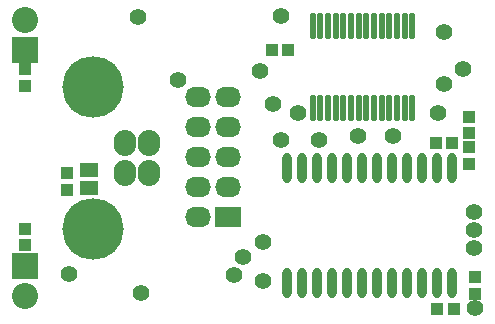
<source format=gbs>
%FSLAX44Y44*%
%MOMM*%
G71*
G01*
G75*
G04 Layer_Color=16711935*
%ADD10R,0.9100X1.2200*%
%ADD11R,1.0000X1.0000*%
%ADD12R,0.8000X0.9000*%
%ADD13R,0.9000X0.8000*%
%ADD14C,0.3000*%
%ADD15C,0.5000*%
%ADD16O,2.0000X1.5000*%
%ADD17R,2.0000X1.5000*%
%ADD18O,1.7000X2.0000*%
%ADD19C,5.0000*%
%ADD20C,2.0000*%
%ADD21R,2.0000X2.0000*%
%ADD22C,1.2000*%
%ADD23O,0.6000X2.3500*%
%ADD24O,0.3500X2.1000*%
%ADD25R,1.4000X1.1000*%
%ADD26R,1.1132X1.4232*%
%ADD27R,1.2032X1.2032*%
%ADD28R,1.0032X1.1032*%
%ADD29R,1.1032X1.0032*%
%ADD30O,2.2032X1.7032*%
%ADD31R,2.2032X1.7032*%
%ADD32O,1.9032X2.2032*%
%ADD33C,5.2032*%
%ADD34C,2.2032*%
%ADD35R,2.2032X2.2032*%
%ADD36C,1.4032*%
%ADD37O,0.8032X2.5532*%
%ADD38O,0.5532X2.3032*%
%ADD39R,1.6032X1.3032*%
D28*
X739000Y726000D02*
D03*
X753000D02*
D03*
X879000Y507000D02*
D03*
X893000D02*
D03*
X892000Y648000D02*
D03*
X878000D02*
D03*
D29*
X911000Y534000D02*
D03*
Y520000D02*
D03*
X530000Y710000D02*
D03*
Y696000D02*
D03*
X530000Y561000D02*
D03*
Y575000D02*
D03*
X906000Y644000D02*
D03*
Y630000D02*
D03*
X566000Y608000D02*
D03*
Y622000D02*
D03*
X906000Y670000D02*
D03*
Y656000D02*
D03*
D30*
X676600Y686600D02*
D03*
X702000D02*
D03*
X676600Y661200D02*
D03*
X702000D02*
D03*
X676600Y635800D02*
D03*
X702000D02*
D03*
X676600Y610400D02*
D03*
X702000D02*
D03*
X676600Y585000D02*
D03*
D31*
X702000D02*
D03*
D32*
X615100Y622500D02*
D03*
Y647500D02*
D03*
X635100D02*
D03*
Y622500D02*
D03*
D33*
X588000Y574800D02*
D03*
Y695200D02*
D03*
D34*
X530000Y751700D02*
D03*
Y518300D02*
D03*
D35*
Y726300D02*
D03*
Y543700D02*
D03*
D36*
X567000Y537000D02*
D03*
X626000Y754000D02*
D03*
X628000Y521000D02*
D03*
X880000Y673000D02*
D03*
X911000Y508000D02*
D03*
X747000Y650000D02*
D03*
X885000Y742000D02*
D03*
X747000Y755000D02*
D03*
X729000Y709000D02*
D03*
X659999Y700999D02*
D03*
X714999Y550999D02*
D03*
X707000Y536000D02*
D03*
X740000Y681000D02*
D03*
X732000Y531000D02*
D03*
Y564000D02*
D03*
X761000Y673000D02*
D03*
X778998Y649999D02*
D03*
X812000Y654000D02*
D03*
X901000Y710000D02*
D03*
X885000Y698000D02*
D03*
X910000Y589000D02*
D03*
Y574000D02*
D03*
Y559000D02*
D03*
X842000Y654000D02*
D03*
D37*
X752150Y626750D02*
D03*
X764850D02*
D03*
X777550D02*
D03*
X790250D02*
D03*
X802950D02*
D03*
X815650D02*
D03*
X828350D02*
D03*
X841050D02*
D03*
X853750D02*
D03*
X866450D02*
D03*
X879150D02*
D03*
X891850D02*
D03*
X752150Y529250D02*
D03*
X764850D02*
D03*
X777550D02*
D03*
X790250D02*
D03*
X802950D02*
D03*
X815650D02*
D03*
X828350D02*
D03*
X841050D02*
D03*
X853750D02*
D03*
X866450D02*
D03*
X879150D02*
D03*
X891850D02*
D03*
D38*
X773750Y746500D02*
D03*
X780250D02*
D03*
X786750D02*
D03*
X793250D02*
D03*
X799750D02*
D03*
X806250D02*
D03*
X812750D02*
D03*
X819250D02*
D03*
X825750D02*
D03*
X832250D02*
D03*
X838750D02*
D03*
X845250D02*
D03*
X851750D02*
D03*
X858250D02*
D03*
X773750Y677500D02*
D03*
X780250D02*
D03*
X786750D02*
D03*
X793250D02*
D03*
X799750D02*
D03*
X806250D02*
D03*
X812750D02*
D03*
X819250D02*
D03*
X825750D02*
D03*
X832250D02*
D03*
X838750D02*
D03*
X845250D02*
D03*
X851750D02*
D03*
X858250D02*
D03*
D39*
X584000Y609500D02*
D03*
Y624500D02*
D03*
M02*

</source>
